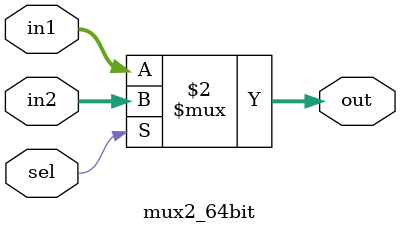
<source format=v>


module mux2_64bit(
	input signed [31:0] in1 , 
	input signed [31:0] in2 ,
	
	input sel ,
	
	output signed [31:0] out
);

assign out = (sel==1'b0)?in1:in2 ;

endmodule
</source>
